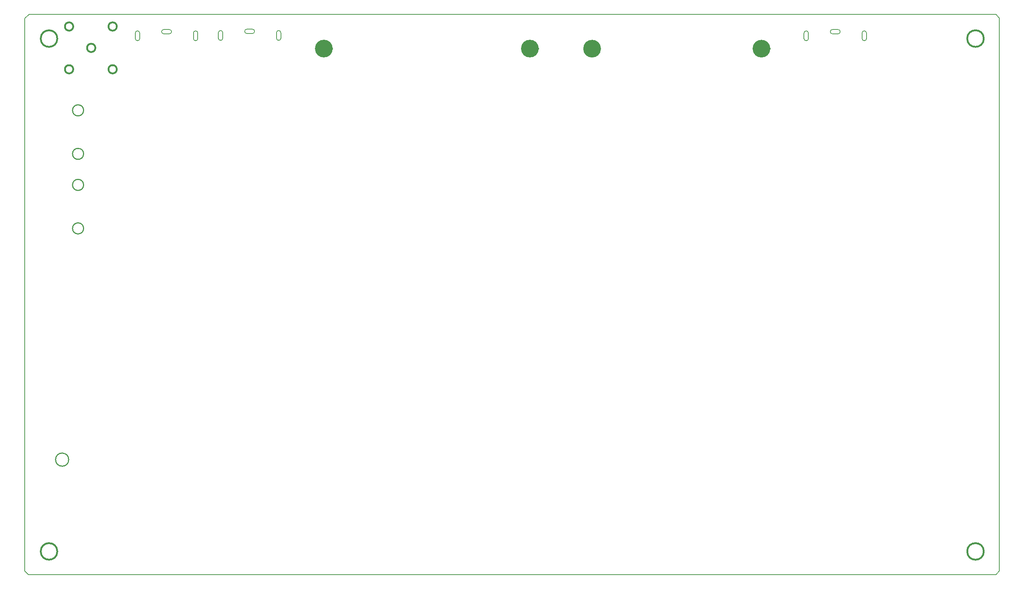
<source format=gbr>
%FSLAX34Y34*%
%MOMM*%
%LNOUTLINE*%
G71*
G01*
%ADD10C,0.400*%
%ADD11C,0.150*%
%ADD12C,0.250*%
%ADD13C,0.200*%
%LPD*%
G54D10*
G75*
G01X1322294Y918172D02*
G03X1322294Y918172I-18250J0D01*
G01*
G36*
G75*
G01X1322294Y918172D02*
G03X1322294Y918172I-18250J0D01*
G01*
G37*
X1322294Y918172D01*
G54D10*
G75*
G01X1711231Y918172D02*
G03X1711231Y918172I-18250J0D01*
G01*
G36*
G75*
G01X1711231Y918172D02*
G03X1711231Y918172I-18250J0D01*
G01*
G37*
X1711231Y918172D01*
G54D11*
G75*
G01X388700Y941387D02*
G03X398700Y941387I5000J0D01*
G01*
G54D11*
G75*
G01X398700Y954088D02*
G03X388700Y954088I-5000J0D01*
G01*
G54D11*
X388700Y941387D02*
X388701Y954088D01*
G54D11*
X398701Y954088D02*
X398700Y941387D01*
G54D11*
G75*
G01X255350Y941387D02*
G03X265350Y941387I5000J0D01*
G01*
G54D11*
G75*
G01X265350Y954088D02*
G03X255350Y954088I-5000J0D01*
G01*
G54D11*
X255350Y941387D02*
X255351Y954088D01*
G54D11*
X265351Y954088D02*
X265350Y941387D01*
G54D11*
G75*
G01X320676Y962262D02*
G03X320676Y952262I0J-5000D01*
G01*
G54D11*
G75*
G01X333376Y952262D02*
G03X333376Y962262I0J5000D01*
G01*
G54D11*
X320676Y962262D02*
X333376Y962262D01*
G54D11*
X333376Y952262D02*
X320676Y952262D01*
G54D11*
G75*
G01X388700Y941387D02*
G03X398700Y941387I5000J0D01*
G01*
G54D11*
G75*
G01X398700Y954088D02*
G03X388700Y954088I-5000J0D01*
G01*
G54D11*
X388700Y941387D02*
X388701Y954088D01*
G54D11*
X398701Y954088D02*
X398700Y941387D01*
G54D11*
G75*
G01X579438Y942181D02*
G03X589438Y942181I5000J0D01*
G01*
G54D11*
G75*
G01X589438Y954882D02*
G03X579438Y954882I-5000J0D01*
G01*
G54D11*
X579438Y942181D02*
X579438Y954881D01*
G54D11*
X589438Y954881D02*
X589438Y942181D01*
G54D11*
G75*
G01X446088Y942181D02*
G03X456088Y942181I5000J0D01*
G01*
G54D11*
G75*
G01X456088Y954882D02*
G03X446088Y954882I-5000J0D01*
G01*
G54D11*
X446088Y942181D02*
X446088Y954881D01*
G54D11*
X456088Y954881D02*
X456088Y942181D01*
G54D11*
G75*
G01X511413Y963056D02*
G03X511413Y953056I0J-5000D01*
G01*
G54D11*
G75*
G01X524114Y953056D02*
G03X524114Y963056I0J5000D01*
G01*
G54D11*
X511413Y963056D02*
X524113Y963055D01*
G54D11*
X524113Y953055D02*
X511413Y953056D01*
G54D11*
G75*
G01X579438Y942181D02*
G03X589438Y942181I5000J0D01*
G01*
G54D11*
G75*
G01X589438Y954882D02*
G03X579438Y954882I-5000J0D01*
G01*
G54D11*
X579438Y942181D02*
X579438Y954881D01*
G54D11*
X589438Y954881D02*
X589438Y942181D01*
G54D10*
G75*
G01X706431Y918347D02*
G03X706431Y918347I-18250J0D01*
G01*
G36*
G75*
G01X706431Y918347D02*
G03X706431Y918347I-18250J0D01*
G01*
G37*
X706431Y918347D01*
G54D10*
G75*
G01X1179506Y918347D02*
G03X1179506Y918347I-18250J0D01*
G01*
G36*
G75*
G01X1179506Y918347D02*
G03X1179506Y918347I-18250J0D01*
G01*
G37*
X1179506Y918347D01*
G54D10*
G75*
G01X76200Y941388D02*
G03X76200Y941388I-19050J0D01*
G01*
G54D10*
G75*
G01X76200Y-238125D02*
G03X76200Y-238125I-19050J0D01*
G01*
G54D10*
G75*
G01X2203450Y941388D02*
G03X2203450Y941388I-19050J0D01*
G01*
G54D10*
G75*
G01X2203450Y-238125D02*
G03X2203450Y-238125I-19050J0D01*
G01*
G54D11*
G75*
G01X1790700Y941387D02*
G03X1800700Y941387I5000J0D01*
G01*
G54D11*
G75*
G01X1800700Y954088D02*
G03X1790700Y954088I-5000J0D01*
G01*
G54D11*
X1790700Y941387D02*
X1790700Y954088D01*
G54D11*
X1800700Y954088D02*
X1800700Y941387D01*
G54D11*
G75*
G01X1856025Y962262D02*
G03X1856025Y952262I0J-5000D01*
G01*
G54D11*
G75*
G01X1868726Y952262D02*
G03X1868726Y962262I0J5000D01*
G01*
G54D11*
X1856025Y962262D02*
X1868726Y962262D01*
G54D11*
X1868726Y952262D02*
X1856025Y952262D01*
G54D11*
G75*
G01X1924051Y941387D02*
G03X1934051Y941387I5000J0D01*
G01*
G54D11*
G75*
G01X1934051Y954088D02*
G03X1924051Y954088I-5000J0D01*
G01*
G54D11*
X1924051Y941387D02*
X1924052Y954088D01*
G54D11*
X1934052Y954088D02*
X1934051Y941387D01*
G54D12*
G75*
G01X136525Y504782D02*
G03X136525Y504782I-12700J0D01*
G01*
G54D12*
G75*
G01X136525Y604838D02*
G03X136525Y604838I-12700J0D01*
G01*
G54D12*
G75*
G01X136525Y676275D02*
G03X136525Y676275I-12700J0D01*
G01*
G54D12*
G75*
G01X136525Y776330D02*
G03X136525Y776330I-12700J0D01*
G01*
G54D12*
G75*
G01X102394Y-26988D02*
G03X102394Y-26988I-15082J0D01*
G01*
G54D13*
X11112Y996950D02*
X2231231Y996950D01*
X2239169Y989012D01*
X2239169Y-283369D01*
X2231231Y-291306D01*
X9525Y-291306D01*
X1588Y-283369D01*
X1588Y987425D01*
X11112Y996950D01*
G54D10*
G75*
G01X112712Y969169D02*
G03X112712Y969169I-9524J0D01*
G01*
G54D10*
G75*
G01X112712Y870744D02*
G03X112712Y870744I-9524J0D01*
G01*
G54D10*
G75*
G01X212725Y969169D02*
G03X212725Y969169I-9525J0D01*
G01*
G54D10*
G75*
G01X212725Y870744D02*
G03X212725Y870744I-9525J0D01*
G01*
G54D10*
G75*
G01X163512Y919956D02*
G03X163512Y919956I-9524J0D01*
G01*
M02*

</source>
